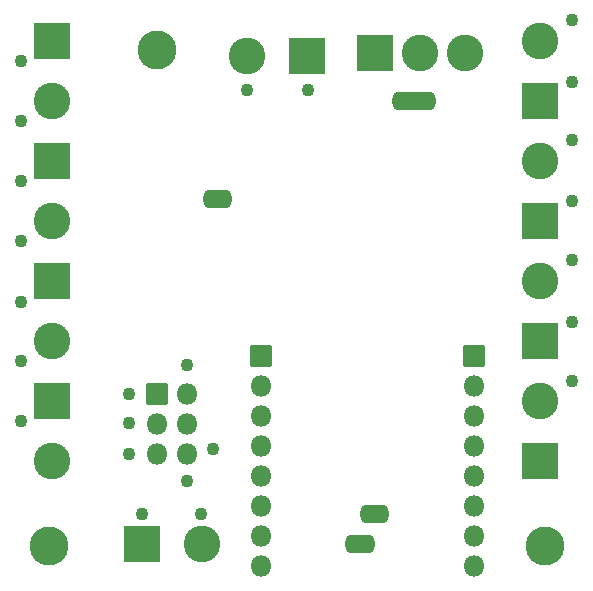
<source format=gbs>
G04 #@! TF.GenerationSoftware,KiCad,Pcbnew,6.0.9-8da3e8f707~116~ubuntu20.04.1*
G04 #@! TF.CreationDate,2023-04-24T17:25:30+00:00*
G04 #@! TF.ProjectId,LEC008011,4c454330-3038-4303-9131-2e6b69636164,rev?*
G04 #@! TF.SameCoordinates,Original*
G04 #@! TF.FileFunction,Soldermask,Bot*
G04 #@! TF.FilePolarity,Negative*
%FSLAX46Y46*%
G04 Gerber Fmt 4.6, Leading zero omitted, Abs format (unit mm)*
G04 Created by KiCad (PCBNEW 6.0.9-8da3e8f707~116~ubuntu20.04.1) date 2023-04-24 17:25:30*
%MOMM*%
%LPD*%
G01*
G04 APERTURE LIST*
G04 Aperture macros list*
%AMRoundRect*
0 Rectangle with rounded corners*
0 $1 Rounding radius*
0 $2 $3 $4 $5 $6 $7 $8 $9 X,Y pos of 4 corners*
0 Add a 4 corners polygon primitive as box body*
4,1,4,$2,$3,$4,$5,$6,$7,$8,$9,$2,$3,0*
0 Add four circle primitives for the rounded corners*
1,1,$1+$1,$2,$3*
1,1,$1+$1,$4,$5*
1,1,$1+$1,$6,$7*
1,1,$1+$1,$8,$9*
0 Add four rect primitives between the rounded corners*
20,1,$1+$1,$2,$3,$4,$5,0*
20,1,$1+$1,$4,$5,$6,$7,0*
20,1,$1+$1,$6,$7,$8,$9,0*
20,1,$1+$1,$8,$9,$2,$3,0*%
%AMFreePoly0*
4,1,37,0.586062,0.786062,0.601000,0.750000,0.601000,-0.750000,0.586062,-0.786062,0.550000,-0.801000,0.000000,-0.801000,-0.012525,-0.795812,-0.080875,-0.794559,-0.095149,-0.792248,-0.230464,-0.749973,-0.243516,-0.743747,-0.361526,-0.665192,-0.372306,-0.655554,-0.463526,-0.547035,-0.471167,-0.534759,-0.528262,-0.405000,-0.532150,-0.391073,-0.549733,-0.256613,-0.548336,-0.256430,-0.551000,-0.250000,
-0.551000,0.250000,-0.550512,0.251179,-0.550356,0.263956,-0.528545,0.404033,-0.524317,0.417860,-0.464069,0.546185,-0.456130,0.558271,-0.362286,0.664529,-0.351274,0.673901,-0.231379,0.749549,-0.218180,0.755454,-0.081873,0.794411,-0.067546,0.796373,-0.011990,0.796033,0.000000,0.801000,0.550000,0.801000,0.586062,0.786062,0.586062,0.786062,$1*%
%AMFreePoly1*
4,1,37,0.012349,0.795885,0.074216,0.795507,0.088518,0.793370,0.224339,0.752751,0.237465,0.746685,0.356427,0.669578,0.367324,0.660073,0.459862,0.552676,0.467652,0.540494,0.526329,0.411442,0.530388,0.397563,0.550485,0.257230,0.551000,0.250000,0.551000,-0.250000,0.550996,-0.250622,0.550847,-0.262838,0.550144,-0.270677,0.526624,-0.410478,0.522228,-0.424254,0.460416,-0.551833,
0.452330,-0.563821,0.357195,-0.668925,0.346069,-0.678161,0.225259,-0.752338,0.211989,-0.758081,0.075216,-0.795370,0.060866,-0.797157,0.011464,-0.796251,0.000000,-0.801000,-0.550000,-0.801000,-0.586062,-0.786062,-0.601000,-0.750000,-0.601000,0.750000,-0.586062,0.786062,-0.550000,0.801000,0.000000,0.801000,0.012349,0.795885,0.012349,0.795885,$1*%
%AMFreePoly2*
4,1,37,0.536062,0.786062,0.551000,0.750000,0.551000,-0.750000,0.536062,-0.786062,0.500000,-0.801000,0.000000,-0.801000,-0.012525,-0.795812,-0.080875,-0.794559,-0.095149,-0.792248,-0.230464,-0.749973,-0.243516,-0.743747,-0.361526,-0.665192,-0.372306,-0.655554,-0.463526,-0.547035,-0.471167,-0.534759,-0.528262,-0.405000,-0.532150,-0.391073,-0.549733,-0.256613,-0.548336,-0.256430,-0.551000,-0.250000,
-0.551000,0.250000,-0.550512,0.251179,-0.550356,0.263956,-0.528545,0.404033,-0.524317,0.417860,-0.464069,0.546185,-0.456130,0.558271,-0.362286,0.664529,-0.351274,0.673901,-0.231379,0.749549,-0.218180,0.755454,-0.081873,0.794411,-0.067546,0.796373,-0.011990,0.796033,0.000000,0.801000,0.500000,0.801000,0.536062,0.786062,0.536062,0.786062,$1*%
%AMFreePoly3*
4,1,37,0.012349,0.795885,0.074216,0.795507,0.088518,0.793370,0.224339,0.752751,0.237465,0.746685,0.356427,0.669578,0.367324,0.660073,0.459862,0.552676,0.467652,0.540494,0.526329,0.411442,0.530388,0.397563,0.550485,0.257230,0.551000,0.250000,0.551000,-0.250000,0.550996,-0.250622,0.550847,-0.262838,0.550144,-0.270677,0.526624,-0.410478,0.522228,-0.424254,0.460416,-0.551833,
0.452330,-0.563821,0.357195,-0.668925,0.346069,-0.678161,0.225259,-0.752338,0.211989,-0.758081,0.075216,-0.795370,0.060866,-0.797157,0.011464,-0.796251,0.000000,-0.801000,-0.500000,-0.801000,-0.536062,-0.786062,-0.551000,-0.750000,-0.551000,0.750000,-0.536062,0.786062,-0.500000,0.801000,0.000000,0.801000,0.012349,0.795885,0.012349,0.795885,$1*%
G04 Aperture macros list end*
%ADD10C,3.302000*%
%ADD11RoundRect,0.051000X-0.850000X-0.850000X0.850000X-0.850000X0.850000X0.850000X-0.850000X0.850000X0*%
%ADD12O,1.802000X1.802000*%
%ADD13RoundRect,0.051000X1.500000X1.500000X-1.500000X1.500000X-1.500000X-1.500000X1.500000X-1.500000X0*%
%ADD14C,3.102000*%
%ADD15RoundRect,0.051000X-1.500000X1.500000X-1.500000X-1.500000X1.500000X-1.500000X1.500000X1.500000X0*%
%ADD16RoundRect,0.051000X1.500000X-1.500000X1.500000X1.500000X-1.500000X1.500000X-1.500000X-1.500000X0*%
%ADD17RoundRect,0.051000X-1.500000X-1.500000X1.500000X-1.500000X1.500000X1.500000X-1.500000X1.500000X0*%
%ADD18RoundRect,0.051000X-1.499870X-1.499870X1.499870X-1.499870X1.499870X1.499870X-1.499870X1.499870X0*%
%ADD19C,3.101740*%
%ADD20FreePoly0,0.000000*%
%ADD21RoundRect,0.051000X-0.500000X-0.750000X0.500000X-0.750000X0.500000X0.750000X-0.500000X0.750000X0*%
%ADD22FreePoly1,0.000000*%
%ADD23FreePoly2,180.000000*%
%ADD24FreePoly3,180.000000*%
%ADD25FreePoly2,0.000000*%
%ADD26FreePoly3,0.000000*%
%ADD27C,1.102000*%
G04 APERTURE END LIST*
D10*
G04 #@! TO.C,H1*
X83185000Y-49000000D03*
G04 #@! TD*
G04 #@! TO.C,H2*
X116000000Y-91000000D03*
G04 #@! TD*
G04 #@! TO.C,H4*
X74000000Y-91000000D03*
G04 #@! TD*
D11*
G04 #@! TO.C,J3*
X83185000Y-78105000D03*
D12*
X85725000Y-78105000D03*
X83185000Y-80645000D03*
X85725000Y-80645000D03*
X83185000Y-83185000D03*
X85725000Y-83185000D03*
G04 #@! TD*
D13*
G04 #@! TO.C,J1*
X95885000Y-49530000D03*
D14*
X90805000Y-49530000D03*
G04 #@! TD*
D15*
G04 #@! TO.C,J4*
X74295000Y-48260000D03*
D14*
X74295000Y-53340000D03*
G04 #@! TD*
D15*
G04 #@! TO.C,J5*
X74295000Y-58420000D03*
D14*
X74295000Y-63500000D03*
G04 #@! TD*
D15*
G04 #@! TO.C,J6*
X74295000Y-68580000D03*
D14*
X74295000Y-73660000D03*
G04 #@! TD*
D15*
G04 #@! TO.C,J7*
X74295000Y-78740000D03*
D14*
X74295000Y-83820000D03*
G04 #@! TD*
D16*
G04 #@! TO.C,J8*
X115570000Y-53340000D03*
D14*
X115570000Y-48260000D03*
G04 #@! TD*
D16*
G04 #@! TO.C,J9*
X115570000Y-63500000D03*
D14*
X115570000Y-58420000D03*
G04 #@! TD*
D16*
G04 #@! TO.C,J10*
X115570000Y-73660000D03*
D14*
X115570000Y-68580000D03*
G04 #@! TD*
D17*
G04 #@! TO.C,J12*
X81915000Y-90805000D03*
D14*
X86995000Y-90805000D03*
G04 #@! TD*
D16*
G04 #@! TO.C,J11*
X115570000Y-83820000D03*
D14*
X115570000Y-78740000D03*
G04 #@! TD*
D18*
G04 #@! TO.C,J2*
X101600000Y-49276000D03*
D19*
X105410000Y-49276000D03*
X109220000Y-49276000D03*
G04 #@! TD*
D11*
G04 #@! TO.C,J14*
X91970000Y-74910000D03*
D12*
X91970000Y-77450000D03*
X91970000Y-79990000D03*
X91970000Y-82530000D03*
X91970000Y-85070000D03*
X91970000Y-87610000D03*
X91970000Y-90150000D03*
X91970000Y-92690000D03*
G04 #@! TD*
D11*
G04 #@! TO.C,J13*
X109960000Y-74930000D03*
D12*
X109960000Y-77470000D03*
X109960000Y-80010000D03*
X109960000Y-82550000D03*
X109960000Y-85090000D03*
X109960000Y-87630000D03*
X109960000Y-90170000D03*
X109960000Y-92710000D03*
G04 #@! TD*
D20*
G04 #@! TO.C,JP1*
X103600000Y-53300000D03*
D21*
X104900000Y-53300000D03*
D22*
X106200000Y-53300000D03*
G04 #@! TD*
D23*
G04 #@! TO.C,JP2*
X100995000Y-90805000D03*
D24*
X99695000Y-90805000D03*
G04 #@! TD*
D25*
G04 #@! TO.C,JP3*
X100935000Y-88265000D03*
D26*
X102235000Y-88265000D03*
G04 #@! TD*
D27*
G04 #@! TO.C,TP1*
X90800000Y-52400000D03*
G04 #@! TD*
D25*
G04 #@! TO.C,JP4*
X87600000Y-61600000D03*
D26*
X88900000Y-61600000D03*
G04 #@! TD*
D27*
G04 #@! TO.C,TP2*
X95900000Y-52400000D03*
G04 #@! TD*
G04 #@! TO.C,TP3*
X80800000Y-83200000D03*
G04 #@! TD*
G04 #@! TO.C,TP4*
X80800000Y-80600000D03*
G04 #@! TD*
G04 #@! TO.C,TP5*
X80800000Y-78100000D03*
G04 #@! TD*
G04 #@! TO.C,TP6*
X85700000Y-75700000D03*
G04 #@! TD*
G04 #@! TO.C,TP7*
X87900000Y-82800000D03*
G04 #@! TD*
G04 #@! TO.C,TP8*
X85700000Y-85500000D03*
G04 #@! TD*
G04 #@! TO.C,TP9*
X71600000Y-49900000D03*
G04 #@! TD*
G04 #@! TO.C,TP10*
X71600000Y-55000000D03*
G04 #@! TD*
G04 #@! TO.C,TP11*
X71600000Y-60100000D03*
G04 #@! TD*
G04 #@! TO.C,TP12*
X71600000Y-65200000D03*
G04 #@! TD*
G04 #@! TO.C,TP13*
X71600000Y-70300000D03*
G04 #@! TD*
G04 #@! TO.C,TP14*
X71600000Y-75300000D03*
G04 #@! TD*
G04 #@! TO.C,TP15*
X71600000Y-80400000D03*
G04 #@! TD*
G04 #@! TO.C,TP16*
X118300000Y-77000000D03*
G04 #@! TD*
G04 #@! TO.C,TP17*
X118300000Y-72000000D03*
G04 #@! TD*
G04 #@! TO.C,TP18*
X118300000Y-66800000D03*
G04 #@! TD*
G04 #@! TO.C,TP19*
X118300000Y-61800000D03*
G04 #@! TD*
G04 #@! TO.C,TP20*
X118300000Y-56600000D03*
G04 #@! TD*
G04 #@! TO.C,TP21*
X118300000Y-51700000D03*
G04 #@! TD*
G04 #@! TO.C,TP22*
X118300000Y-46500000D03*
G04 #@! TD*
G04 #@! TO.C,TP23*
X81900000Y-88300000D03*
G04 #@! TD*
G04 #@! TO.C,TP24*
X86900000Y-88300000D03*
G04 #@! TD*
G36*
X100244267Y-90038301D02*
G01*
X100295946Y-90081489D01*
X100364661Y-90090120D01*
X100427291Y-90060156D01*
X100445348Y-90039318D01*
X100447238Y-90038664D01*
X100448749Y-90039974D01*
X100448821Y-90041018D01*
X100446000Y-90055199D01*
X100446000Y-91554801D01*
X100448978Y-91569774D01*
X100448335Y-91571668D01*
X100446373Y-91572058D01*
X100445733Y-91571699D01*
X100394054Y-91528511D01*
X100325339Y-91519880D01*
X100262709Y-91549844D01*
X100244652Y-91570682D01*
X100242762Y-91571336D01*
X100241251Y-91570026D01*
X100241179Y-91568982D01*
X100244000Y-91554801D01*
X100244000Y-90055199D01*
X100241022Y-90040226D01*
X100241665Y-90038332D01*
X100243627Y-90037942D01*
X100244267Y-90038301D01*
G37*
G36*
X101484267Y-87498301D02*
G01*
X101535946Y-87541489D01*
X101604661Y-87550120D01*
X101667291Y-87520156D01*
X101685348Y-87499318D01*
X101687238Y-87498664D01*
X101688749Y-87499974D01*
X101688821Y-87501018D01*
X101686000Y-87515199D01*
X101686000Y-89014801D01*
X101688978Y-89029774D01*
X101688335Y-89031668D01*
X101686373Y-89032058D01*
X101685733Y-89031699D01*
X101634054Y-88988511D01*
X101565339Y-88979880D01*
X101502709Y-89009844D01*
X101484652Y-89030682D01*
X101482762Y-89031336D01*
X101481251Y-89030026D01*
X101481179Y-89028982D01*
X101484000Y-89014801D01*
X101484000Y-87515199D01*
X101481022Y-87500226D01*
X101481665Y-87498332D01*
X101483627Y-87497942D01*
X101484267Y-87498301D01*
G37*
G36*
X88149267Y-60833301D02*
G01*
X88200946Y-60876489D01*
X88269661Y-60885120D01*
X88332291Y-60855156D01*
X88350348Y-60834318D01*
X88352238Y-60833664D01*
X88353749Y-60834974D01*
X88353821Y-60836018D01*
X88351000Y-60850199D01*
X88351000Y-62349801D01*
X88353978Y-62364774D01*
X88353335Y-62366668D01*
X88351373Y-62367058D01*
X88350733Y-62366699D01*
X88299054Y-62323511D01*
X88230339Y-62314880D01*
X88167709Y-62344844D01*
X88149652Y-62365682D01*
X88147762Y-62366336D01*
X88146251Y-62365026D01*
X88146179Y-62363982D01*
X88149000Y-62349801D01*
X88149000Y-60850199D01*
X88146022Y-60835226D01*
X88146665Y-60833332D01*
X88148627Y-60832942D01*
X88149267Y-60833301D01*
G37*
G36*
X105440660Y-52517493D02*
G01*
X105454452Y-52526709D01*
X105455615Y-52524969D01*
X105457409Y-52524084D01*
X105458560Y-52524545D01*
X105475952Y-52539078D01*
X105544670Y-52547704D01*
X105592288Y-52524918D01*
X105594282Y-52525072D01*
X105594814Y-52525611D01*
X105595548Y-52526709D01*
X105609340Y-52517493D01*
X105611336Y-52517362D01*
X105612447Y-52519025D01*
X105612114Y-52520267D01*
X105604767Y-52531262D01*
X105601000Y-52550199D01*
X105601000Y-54049801D01*
X105604767Y-54068738D01*
X105612114Y-54079733D01*
X105612245Y-54081729D01*
X105610582Y-54082840D01*
X105609340Y-54082507D01*
X105595548Y-54073291D01*
X105594385Y-54075031D01*
X105592591Y-54075916D01*
X105591440Y-54075455D01*
X105574048Y-54060922D01*
X105505330Y-54052296D01*
X105457712Y-54075082D01*
X105455718Y-54074928D01*
X105455186Y-54074389D01*
X105454452Y-54073291D01*
X105440660Y-54082507D01*
X105438664Y-54082638D01*
X105437553Y-54080975D01*
X105437886Y-54079733D01*
X105445233Y-54068738D01*
X105449000Y-54049801D01*
X105449000Y-52550199D01*
X105445233Y-52531262D01*
X105437886Y-52520267D01*
X105437755Y-52518271D01*
X105439418Y-52517160D01*
X105440660Y-52517493D01*
G37*
G36*
X104190660Y-52517493D02*
G01*
X104204452Y-52526709D01*
X104205615Y-52524969D01*
X104207409Y-52524084D01*
X104208560Y-52524545D01*
X104225952Y-52539078D01*
X104294670Y-52547704D01*
X104342288Y-52524918D01*
X104344282Y-52525072D01*
X104344814Y-52525611D01*
X104345548Y-52526709D01*
X104359340Y-52517493D01*
X104361336Y-52517362D01*
X104362447Y-52519025D01*
X104362114Y-52520267D01*
X104354767Y-52531262D01*
X104351000Y-52550199D01*
X104351000Y-54049801D01*
X104354767Y-54068738D01*
X104362114Y-54079733D01*
X104362245Y-54081729D01*
X104360582Y-54082840D01*
X104359340Y-54082507D01*
X104345548Y-54073291D01*
X104344385Y-54075031D01*
X104342591Y-54075916D01*
X104341440Y-54075455D01*
X104324048Y-54060922D01*
X104255330Y-54052296D01*
X104207712Y-54075082D01*
X104205718Y-54074928D01*
X104205186Y-54074389D01*
X104204452Y-54073291D01*
X104190660Y-54082507D01*
X104188664Y-54082638D01*
X104187553Y-54080975D01*
X104187886Y-54079733D01*
X104195233Y-54068738D01*
X104199000Y-54049801D01*
X104199000Y-52550199D01*
X104195233Y-52531262D01*
X104187886Y-52520267D01*
X104187755Y-52518271D01*
X104189418Y-52517160D01*
X104190660Y-52517493D01*
G37*
M02*

</source>
